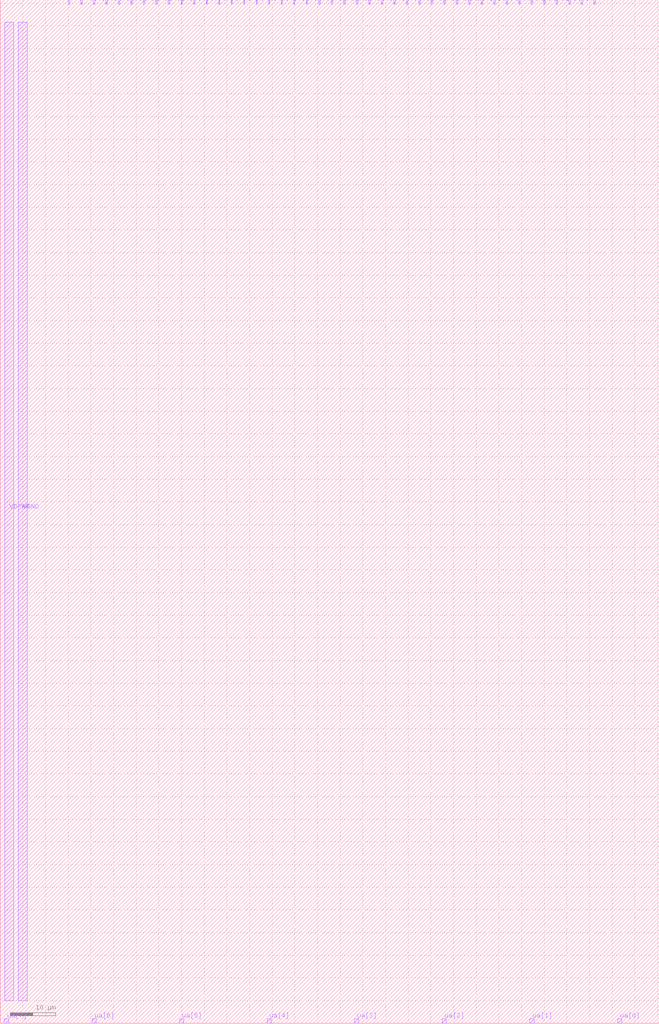
<source format=lef>
VERSION 5.7 ;
  NOWIREEXTENSIONATPIN ON ;
  DIVIDERCHAR "/" ;
  BUSBITCHARS "[]" ;
MACRO tt_um_vaf_chopped_bandgap
  CLASS BLOCK ;
  FOREIGN tt_um_vaf_chopped_bandgap ;
  ORIGIN 0.000 0.000 ;
  SIZE 145.360 BY 225.760 ;
  PIN clk
    DIRECTION INPUT ;
    USE SIGNAL ;
    PORT
      LAYER met4 ;
        RECT 128.190 224.760 128.490 225.760 ;
    END
  END clk
  PIN ena
    DIRECTION INPUT ;
    USE SIGNAL ;
    PORT
      LAYER met4 ;
        RECT 130.950 224.760 131.250 225.760 ;
    END
  END ena
  PIN rst_n
    DIRECTION INPUT ;
    USE SIGNAL ;
    PORT
      LAYER met4 ;
        RECT 125.430 224.760 125.730 225.760 ;
    END
  END rst_n
  PIN ua[0]
    DIRECTION INOUT ;
    USE SIGNAL ;
    PORT
      LAYER met4 ;
        RECT 136.170 0.000 137.070 1.000 ;
    END
  END ua[0]
  PIN ua[1]
    DIRECTION INOUT ;
    USE SIGNAL ;
    PORT
      LAYER met4 ;
        RECT 116.850 0.000 117.750 1.000 ;
    END
  END ua[1]
  PIN ua[2]
    DIRECTION INOUT ;
    USE SIGNAL ;
    PORT
      LAYER met4 ;
        RECT 97.530 0.000 98.430 1.000 ;
    END
  END ua[2]
  PIN ua[3]
    DIRECTION INOUT ;
    USE SIGNAL ;
    PORT
      LAYER met4 ;
        RECT 78.210 0.000 79.110 1.000 ;
    END
  END ua[3]
  PIN ua[4]
    DIRECTION INOUT ;
    USE SIGNAL ;
    PORT
      LAYER met4 ;
        RECT 58.890 0.000 59.790 1.000 ;
    END
  END ua[4]
  PIN ua[5]
    DIRECTION INOUT ;
    USE SIGNAL ;
    PORT
      LAYER met4 ;
        RECT 39.570 0.000 40.470 1.000 ;
    END
  END ua[5]
  PIN ua[6]
    DIRECTION INOUT ;
    USE SIGNAL ;
    PORT
      LAYER met4 ;
        RECT 20.250 0.000 21.150 1.000 ;
    END
  END ua[6]
  PIN ua[7]
    DIRECTION INOUT ;
    USE SIGNAL ;
    PORT
      LAYER met4 ;
        RECT 0.930 0.000 1.830 1.000 ;
    END
  END ua[7]
  PIN ui_in[0]
    DIRECTION INPUT ;
    USE SIGNAL ;
    PORT
      LAYER met4 ;
        RECT 122.670 224.760 122.970 225.760 ;
    END
  END ui_in[0]
  PIN ui_in[1]
    DIRECTION INPUT ;
    USE SIGNAL ;
    PORT
      LAYER met4 ;
        RECT 119.910 224.760 120.210 225.760 ;
    END
  END ui_in[1]
  PIN ui_in[2]
    DIRECTION INPUT ;
    USE SIGNAL ;
    PORT
      LAYER met4 ;
        RECT 117.150 224.760 117.450 225.760 ;
    END
  END ui_in[2]
  PIN ui_in[3]
    DIRECTION INPUT ;
    USE SIGNAL ;
    PORT
      LAYER met4 ;
        RECT 114.390 224.760 114.690 225.760 ;
    END
  END ui_in[3]
  PIN ui_in[4]
    DIRECTION INPUT ;
    USE SIGNAL ;
    PORT
      LAYER met4 ;
        RECT 111.630 224.760 111.930 225.760 ;
    END
  END ui_in[4]
  PIN ui_in[5]
    DIRECTION INPUT ;
    USE SIGNAL ;
    PORT
      LAYER met4 ;
        RECT 108.870 224.760 109.170 225.760 ;
    END
  END ui_in[5]
  PIN ui_in[6]
    DIRECTION INPUT ;
    USE SIGNAL ;
    PORT
      LAYER met4 ;
        RECT 106.110 224.760 106.410 225.760 ;
    END
  END ui_in[6]
  PIN ui_in[7]
    DIRECTION INPUT ;
    USE SIGNAL ;
    PORT
      LAYER met4 ;
        RECT 103.350 224.760 103.650 225.760 ;
    END
  END ui_in[7]
  PIN uio_in[0]
    DIRECTION INPUT ;
    USE SIGNAL ;
    PORT
      LAYER met4 ;
        RECT 100.590 224.760 100.890 225.760 ;
    END
  END uio_in[0]
  PIN uio_in[1]
    DIRECTION INPUT ;
    USE SIGNAL ;
    PORT
      LAYER met4 ;
        RECT 97.830 224.760 98.130 225.760 ;
    END
  END uio_in[1]
  PIN uio_in[2]
    DIRECTION INPUT ;
    USE SIGNAL ;
    PORT
      LAYER met4 ;
        RECT 95.070 224.760 95.370 225.760 ;
    END
  END uio_in[2]
  PIN uio_in[3]
    DIRECTION INPUT ;
    USE SIGNAL ;
    PORT
      LAYER met4 ;
        RECT 92.310 224.760 92.610 225.760 ;
    END
  END uio_in[3]
  PIN uio_in[4]
    DIRECTION INPUT ;
    USE SIGNAL ;
    PORT
      LAYER met4 ;
        RECT 89.550 224.760 89.850 225.760 ;
    END
  END uio_in[4]
  PIN uio_in[5]
    DIRECTION INPUT ;
    USE SIGNAL ;
    PORT
      LAYER met4 ;
        RECT 86.790 224.760 87.090 225.760 ;
    END
  END uio_in[5]
  PIN uio_in[6]
    DIRECTION INPUT ;
    USE SIGNAL ;
    PORT
      LAYER met4 ;
        RECT 84.030 224.760 84.330 225.760 ;
    END
  END uio_in[6]
  PIN uio_in[7]
    DIRECTION INPUT ;
    USE SIGNAL ;
    PORT
      LAYER met4 ;
        RECT 81.270 224.760 81.570 225.760 ;
    END
  END uio_in[7]
  PIN uio_oe[0]
    DIRECTION OUTPUT ;
    USE SIGNAL ;
    PORT
      LAYER met4 ;
        RECT 34.350 224.760 34.650 225.760 ;
    END
  END uio_oe[0]
  PIN uio_oe[1]
    DIRECTION OUTPUT ;
    USE SIGNAL ;
    PORT
      LAYER met4 ;
        RECT 31.590 224.760 31.890 225.760 ;
    END
  END uio_oe[1]
  PIN uio_oe[2]
    DIRECTION OUTPUT ;
    USE SIGNAL ;
    PORT
      LAYER met4 ;
        RECT 28.830 224.760 29.130 225.760 ;
    END
  END uio_oe[2]
  PIN uio_oe[3]
    DIRECTION OUTPUT ;
    USE SIGNAL ;
    PORT
      LAYER met4 ;
        RECT 26.070 224.760 26.370 225.760 ;
    END
  END uio_oe[3]
  PIN uio_oe[4]
    DIRECTION OUTPUT ;
    USE SIGNAL ;
    PORT
      LAYER met4 ;
        RECT 23.310 224.760 23.610 225.760 ;
    END
  END uio_oe[4]
  PIN uio_oe[5]
    DIRECTION OUTPUT ;
    USE SIGNAL ;
    PORT
      LAYER met4 ;
        RECT 20.550 224.760 20.850 225.760 ;
    END
  END uio_oe[5]
  PIN uio_oe[6]
    DIRECTION OUTPUT ;
    USE SIGNAL ;
    PORT
      LAYER met4 ;
        RECT 17.790 224.760 18.090 225.760 ;
    END
  END uio_oe[6]
  PIN uio_oe[7]
    DIRECTION OUTPUT ;
    USE SIGNAL ;
    PORT
      LAYER met4 ;
        RECT 15.030 224.760 15.330 225.760 ;
    END
  END uio_oe[7]
  PIN uio_out[0]
    DIRECTION OUTPUT ;
    USE SIGNAL ;
    PORT
      LAYER met4 ;
        RECT 56.430 224.760 56.730 225.760 ;
    END
  END uio_out[0]
  PIN uio_out[1]
    DIRECTION OUTPUT ;
    USE SIGNAL ;
    PORT
      LAYER met4 ;
        RECT 53.670 224.760 53.970 225.760 ;
    END
  END uio_out[1]
  PIN uio_out[2]
    DIRECTION OUTPUT ;
    USE SIGNAL ;
    PORT
      LAYER met4 ;
        RECT 50.910 224.760 51.210 225.760 ;
    END
  END uio_out[2]
  PIN uio_out[3]
    DIRECTION OUTPUT ;
    USE SIGNAL ;
    PORT
      LAYER met4 ;
        RECT 48.150 224.760 48.450 225.760 ;
    END
  END uio_out[3]
  PIN uio_out[4]
    DIRECTION OUTPUT ;
    USE SIGNAL ;
    PORT
      LAYER met4 ;
        RECT 45.390 224.760 45.690 225.760 ;
    END
  END uio_out[4]
  PIN uio_out[5]
    DIRECTION OUTPUT ;
    USE SIGNAL ;
    PORT
      LAYER met4 ;
        RECT 42.630 224.760 42.930 225.760 ;
    END
  END uio_out[5]
  PIN uio_out[6]
    DIRECTION OUTPUT ;
    USE SIGNAL ;
    PORT
      LAYER met4 ;
        RECT 39.870 224.760 40.170 225.760 ;
    END
  END uio_out[6]
  PIN uio_out[7]
    DIRECTION OUTPUT ;
    USE SIGNAL ;
    PORT
      LAYER met4 ;
        RECT 37.110 224.760 37.410 225.760 ;
    END
  END uio_out[7]
  PIN uo_out[0]
    DIRECTION OUTPUT ;
    USE SIGNAL ;
    PORT
      LAYER met4 ;
        RECT 78.510 224.760 78.810 225.760 ;
    END
  END uo_out[0]
  PIN uo_out[1]
    DIRECTION OUTPUT ;
    USE SIGNAL ;
    PORT
      LAYER met4 ;
        RECT 75.750 224.760 76.050 225.760 ;
    END
  END uo_out[1]
  PIN uo_out[2]
    DIRECTION OUTPUT ;
    USE SIGNAL ;
    PORT
      LAYER met4 ;
        RECT 72.990 224.760 73.290 225.760 ;
    END
  END uo_out[2]
  PIN uo_out[3]
    DIRECTION OUTPUT ;
    USE SIGNAL ;
    PORT
      LAYER met4 ;
        RECT 70.230 224.760 70.530 225.760 ;
    END
  END uo_out[3]
  PIN uo_out[4]
    DIRECTION OUTPUT ;
    USE SIGNAL ;
    PORT
      LAYER met4 ;
        RECT 67.470 224.760 67.770 225.760 ;
    END
  END uo_out[4]
  PIN uo_out[5]
    DIRECTION OUTPUT ;
    USE SIGNAL ;
    PORT
      LAYER met4 ;
        RECT 64.710 224.760 65.010 225.760 ;
    END
  END uo_out[5]
  PIN uo_out[6]
    DIRECTION OUTPUT ;
    USE SIGNAL ;
    PORT
      LAYER met4 ;
        RECT 61.950 224.760 62.250 225.760 ;
    END
  END uo_out[6]
  PIN uo_out[7]
    DIRECTION OUTPUT ;
    USE SIGNAL ;
    PORT
      LAYER met4 ;
        RECT 59.190 224.760 59.490 225.760 ;
    END
  END uo_out[7]
  PIN VDPWR
    DIRECTION INOUT ;
    USE POWER ;
    PORT
      LAYER met4 ;
        RECT 1.000 5.000 3.000 220.760 ;
    END
  END VDPWR
  PIN VGND
    DIRECTION INOUT ;
    USE GROUND ;
    PORT
      LAYER met4 ;
        RECT 4.000 5.000 6.000 220.760 ;
    END
  END VGND
END tt_um_vaf_chopped_bandgap
END LIBRARY


</source>
